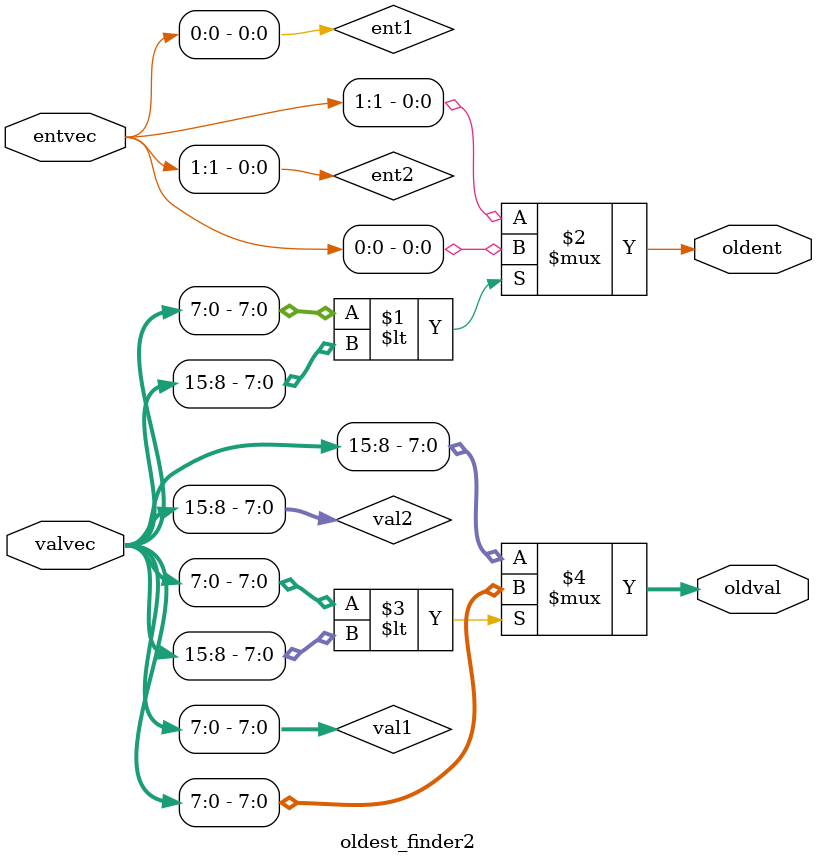
<source format=v>
module oldest_finder2 #(
			parameter ENTLEN = 1,
			parameter VALLEN = 8
			)
  (
   input wire [2*ENTLEN-1:0] entvec,
   input wire [2*VALLEN-1:0] valvec,
   output wire [ENTLEN-1:0]  oldent,
   output wire [VALLEN-1:0]  oldval
   );
   wire [ENTLEN-1:0] 	     ent1 = entvec[0+:ENTLEN];
   wire [ENTLEN-1:0] 	     ent2 = entvec[ENTLEN+:ENTLEN];
   wire [VALLEN-1:0] 	     val1 = valvec[0+:VALLEN];
   wire [VALLEN-1:0] 	     val2 = valvec[VALLEN+:VALLEN];
   assign oldent = (val1 < val2) ? ent1 : ent2;
   assign oldval = (val1 < val2) ? val1 : val2;
endmodule
</source>
